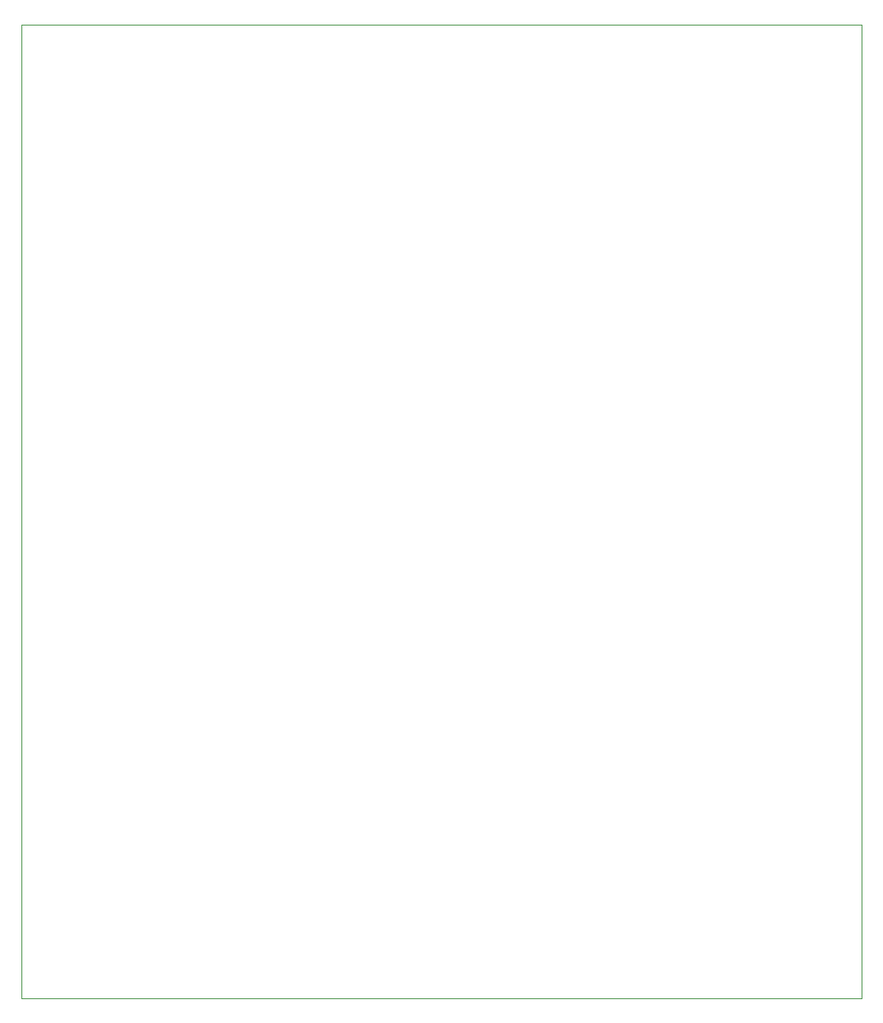
<source format=gbr>
%TF.GenerationSoftware,KiCad,Pcbnew,(6.0.5)*%
%TF.CreationDate,2022-06-18T16:05:53-05:00*%
%TF.ProjectId,PB_8,50425f38-2e6b-4696-9361-645f70636258,v1*%
%TF.SameCoordinates,Original*%
%TF.FileFunction,Profile,NP*%
%FSLAX46Y46*%
G04 Gerber Fmt 4.6, Leading zero omitted, Abs format (unit mm)*
G04 Created by KiCad (PCBNEW (6.0.5)) date 2022-06-18 16:05:53*
%MOMM*%
%LPD*%
G01*
G04 APERTURE LIST*
%TA.AperFunction,Profile*%
%ADD10C,0.050000*%
%TD*%
G04 APERTURE END LIST*
D10*
X214598800Y-153402600D02*
X128198800Y-153402600D01*
X128198800Y-153402600D02*
X128198800Y-53202600D01*
X128198800Y-53202600D02*
X214598800Y-53202600D01*
X214598800Y-53202600D02*
X214598800Y-153402600D01*
M02*

</source>
